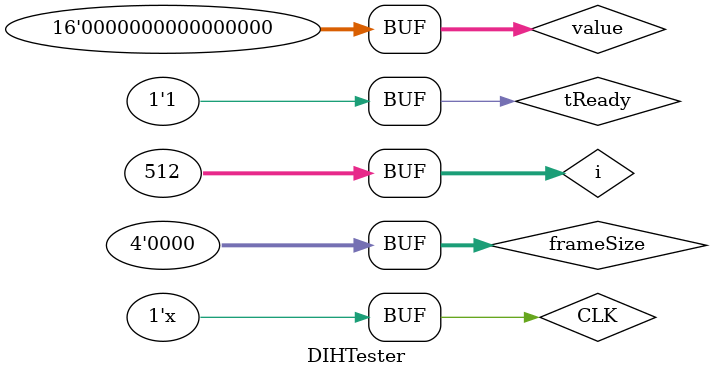
<source format=v>
`timescale 1ns / 1ps


module DIHTester;

	// Inputs
	reg tReady = 0;
	reg CLK = 0;
	reg [15:0] value = 0;
	reg [3:0] frameSize = 4'b1001;

	// Outputs
	wire [31:0] tData;
	wire tValid;
	wire tLast;


	integer i = 0;
	
	// Instantiate the Unit Under Test (UUT)
	DataInputHandler uut (
		.tData(tData), 
		.tValid(tValid), 
		.tLast(tLast), 
		.tReady(tReady), 
		.CLK(CLK), 
		.value(value), 
		.frameSize(frameSize)
	);

	initial begin
		// Initialize Inputs
		tReady = 0;
		CLK = 0;
		value = 0;
		frameSize = 0;

		// Wait 100 ns for global reset to finish
		#100;
        
		// Add stimulus here
		
		// Throw a value on
//		value = 1000;
//		#1;
//		if(tValid != 1'b1)
//			$display("ERROR: tValid not raised after value change.");
//			
//		#19;
//		tReady = 1'b1;
//		if(tData != 1000)
//			$display("Error: Proper data not received on expected data exchange.");
//			
//		#20;
//		
//		value = 1;

		tReady = 1'b1;
		#20;
		for (i = 0; i < 512; i = i + 1) begin
				value = value + 1;
				#320; // How long it will take a whole value to come in over SPI
				if(i == 511) begin
					#41;
					if(tLast != 1'b1) begin
						$display("ERROR: tLast not raised on last sample in frame");
					end
				end
		end
	end
     
	always begin
		CLK <= ~CLK;
		#10;
	end
endmodule


</source>
